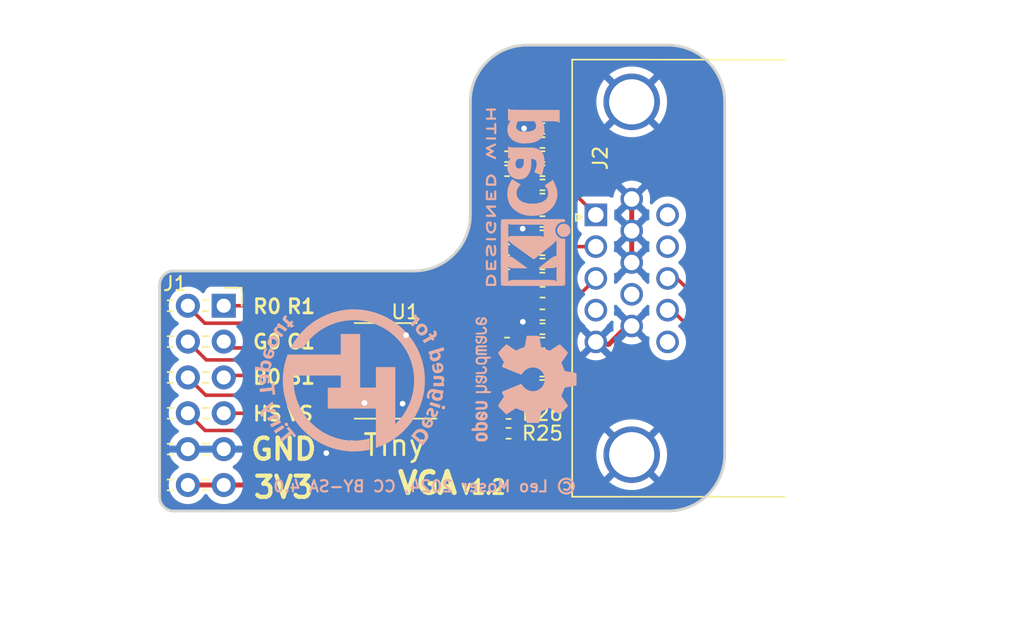
<source format=kicad_pcb>
(kicad_pcb (version 20240108) (generator "pcbnew") (generator_version "8.0")
  (title_block (title "Tiny VGA") (date "2023-10-07") (rev "v1.0") (company "Copyright (c) Leo Moser") (comment 1 "Made by mole99") (comment 2 "License: CC BY-SA 4.0") (comment 4 "AISLER Project ID: WUQWEQKX"))
  (layers (0 "F.Cu" signal) (31 "B.Cu" signal) (34 "B.Paste" user) (35 "F.Paste" user) (36 "B.SilkS" user "B.Silkscreen") (37 "F.SilkS" user "F.Silkscreen") (38 "B.Mask" user) (39 "F.Mask" user) (44 "Edge.Cuts" user))
  (property "NAME" "TinyVGA")
  (property "VERSION" "v1.2")
  (net 0 "")
  (net 1 "GND")
  (net 2 "R0")
  (net 3 "R1")
  (net 4 "+3.3V")
  (net 5 "AnalogR")
  (net 6 "Hsync")
  (net 7 "G0")
  (net 8 "AnalogG")
  (net 9 "G1")
  (net 10 "B0")
  (net 11 "AnalogB")
  (net 12 "B1")
  (net 13 "Vsync")
  (net 14 "PMOD1")
  (net 15 "PMOD2")
  (net 16 "PMOD3")
  (net 17 "PMOD4")
  (net 18 "PMOD5")
  (net 19 "PMOD6")
  (net 20 "PMOD7")
  (net 21 "PMOD8")
  (net 22 "Net-(R1-Pad1)")
  (net 23 "Net-(R10-Pad1)")
  (net 24 "Net-(R17-Pad1)")
  (net 28 "Net-(J2-Pad13)")
  (net 29 "Net-(J2-Pad14)")
  (footprint "Resistor_SMD:R_0402_1005Metric" (layer "F.Cu") (at 152.6 83.1)
    (property "Reference" "R21" (hide yes))
    (property "Value" "1.5k" (hide yes))
    (pad "1" smd roundrect (at -0.51 0) (size 0.54 0.64) (layers "F.Cu" "F.Paste" "F.Mask") (net 12 "B1"))
    (pad "2" smd roundrect (at 0.51 0) (size 0.54 0.64) (layers "F.Cu" "F.Paste" "F.Mask") (net 11 "AnalogB"))
  )
  (footprint "Resistor_SMD:R_0402_1005Metric" (layer "F.Cu") (at 152.6 76.5)
    (property "Reference" "R11" (hide yes))
    (property "Value" "470" (hide yes))
    (pad "1" smd roundrect (at -0.51 0) (size 0.54 0.64) (layers "F.Cu" "F.Paste" "F.Mask") (net 9 "G1"))
    (pad "2" smd roundrect (at 0.51 0) (size 0.54 0.64) (layers "F.Cu" "F.Paste" "F.Mask") (net 8 "AnalogG"))
  )
  (footprint "Resistor_SMD:R_0402_1005Metric" (layer "F.Cu") (at 155.1 68.9 180)
    (property "Reference" "R4" (hide yes))
    (property "Value" "220R" (hide yes))
    (pad "1" smd roundrect (at -0.51 0 180) (size 0.54 0.64) (layers "F.Cu" "F.Paste" "F.Mask") (net 22 "Net-(R1-Pad1)"))
    (pad "2" smd roundrect (at 0.51 0 180) (size 0.54 0.64) (layers "F.Cu" "F.Paste" "F.Mask") (net 5 "AnalogR"))
  )
  (footprint "Resistor_SMD:R_0402_1005Metric" (layer "F.Cu") (at 155.1 69.9 180)
    (property "Reference" "R6" (hide yes))
    (property "Value" "1k" (hide yes))
    (pad "1" smd roundrect (at -0.51 0 180) (size 0.54 0.64) (layers "F.Cu" "F.Paste" "F.Mask") (net 22 "Net-(R1-Pad1)"))
    (pad "2" smd roundrect (at 0.51 0 180) (size 0.54 0.64) (layers "F.Cu" "F.Paste" "F.Mask") (net 5 "AnalogR"))
  )
  (footprint "Resistor_SMD:R_0402_1005Metric" (layer "F.Cu") (at 155.1 76.5 180)
    (property "Reference" "R14" (hide yes))
    (property "Value" "1k" (hide yes))
    (pad "1" smd roundrect (at -0.51 0 180) (size 0.54 0.64) (layers "F.Cu" "F.Paste" "F.Mask") (net 23 "Net-(R10-Pad1)"))
    (pad "2" smd roundrect (at 0.51 0 180) (size 0.54 0.64) (layers "F.Cu" "F.Paste" "F.Mask") (net 8 "AnalogG"))
  )
  (footprint "Resistor_SMD:R_0402_1005Metric" (layer "F.Cu") (at 155.11 78.5)
    (property "Reference" "R16" (hide yes))
    (property "Value" "470" (hide yes))
    (pad "1" smd roundrect (at -0.51 0) (size 0.54 0.64) (layers "F.Cu" "F.Paste" "F.Mask") (net 7 "G0"))
    (pad "2" smd roundrect (at 0.51 0) (size 0.54 0.64) (layers "F.Cu" "F.Paste" "F.Mask") (net 23 "Net-(R10-Pad1)"))
  )
  (footprint "Resistor_SMD:R_0402_1005Metric" (layer "F.Cu") (at 155.09 84.1)
    (property "Reference" "R23" (hide yes))
    (property "Value" "1.5k" (hide yes))
    (pad "1" smd roundrect (at -0.51 0) (size 0.54 0.64) (layers "F.Cu" "F.Paste" "F.Mask") (net 10 "B0"))
    (pad "2" smd roundrect (at 0.51 0) (size 0.54 0.64) (layers "F.Cu" "F.Paste" "F.Mask") (net 24 "Net-(R17-Pad1)"))
  )
  (footprint "Resistor_SMD:R_0402_1005Metric" (layer "F.Cu") (at 155.1 82.1 180)
    (property "Reference" "R20" (hide yes))
    (property "Value" "220R" (hide yes))
    (pad "1" smd roundrect (at -0.51 0 180) (size 0.54 0.64) (layers "F.Cu" "F.Paste" "F.Mask") (net 24 "Net-(R17-Pad1)"))
    (pad "2" smd roundrect (at 0.51 0 180) (size 0.54 0.64) (layers "F.Cu" "F.Paste" "F.Mask") (net 11 "AnalogB"))
  )
  (footprint "Connector_PinHeader_2.54mm:PinHeader_2x06_P2.54mm_Horizontal" (layer "F.Cu") (at 132.54 78.19)
    (property "Reference" "J1" (at -3.44 -0.29 0) (layer "F.SilkS"))
    (property "Value" "PMOD")
    (pad "1" thru_hole rect (at 0 1.27) (size 1.7 1.7) (drill 1) (layers "*.Cu" "*.Mask") (net 14 "PMOD1"))
    (pad "2" thru_hole oval (at 0 3.81) (size 1.7 1.7) (drill 1) (layers "*.Cu" "*.Mask") (net 15 "PMOD2"))
    (pad "3" thru_hole oval (at 0 6.35) (size 1.7 1.7) (drill 1) (layers "*.Cu" "*.Mask") (net 16 "PMOD3"))
    (pad "4" thru_hole oval (at 0 8.89) (size 1.7 1.7) (drill 1) (layers "*.Cu" "*.Mask") (net 17 "PMOD4"))
    (pad "5" thru_hole oval (at 0 11.43) (size 1.7 1.7) (drill 1) (layers "*.Cu" "*.Mask") (net 1 "GND"))
    (pad "6" thru_hole oval (at 0 13.97) (size 1.7 1.7) (drill 1) (layers "*.Cu" "*.Mask") (net 4 "+3.3V"))
    (pad "7" thru_hole oval (at -2.54 1.27) (size 1.7 1.7) (drill 1) (layers "*.Cu" "*.Mask") (net 18 "PMOD5"))
    (pad "8" thru_hole oval (at -2.54 3.81) (size 1.7 1.7) (drill 1) (layers "*.Cu" "*.Mask") (net 19 "PMOD6"))
    (pad "9" thru_hole oval (at -2.54 6.35) (size 1.7 1.7) (drill 1) (layers "*.Cu" "*.Mask") (net 20 "PMOD7"))
    (pad "10" thru_hole oval (at -2.54 8.89) (size 1.7 1.7) (drill 1) (layers "*.Cu" "*.Mask") (net 21 "PMOD8"))
    (pad "11" thru_hole oval (at -2.54 11.43) (size 1.7 1.7) (drill 1) (layers "*.Cu" "*.Mask") (net 1 "GND"))
    (pad "12" thru_hole oval (at -2.54 13.97) (size 1.7 1.7) (drill 1) (layers "*.Cu" "*.Mask") (net 4 "+3.3V"))
  )
  (footprint "Resistor_SMD:R_0402_1005Metric" (layer "F.Cu") (at 155.09 85.1)
    (property "Reference" "R24" (hide yes))
    (property "Value" "470" (hide yes))
    (pad "1" smd roundrect (at -0.51 0) (size 0.54 0.64) (layers "F.Cu" "F.Paste" "F.Mask") (net 10 "B0"))
    (pad "2" smd roundrect (at 0.51 0) (size 0.54 0.64) (layers "F.Cu" "F.Paste" "F.Mask") (net 24 "Net-(R17-Pad1)"))
  )
  (footprint "tiny-vga:VGA-002" (layer "F.Cu") (at 160 73.2 90)
    (property "Reference" "J2" (at 4.2 -0.8 90) (layer "F.SilkS"))
    (property "Value" "VGA")
    (pad "0" thru_hole circle (at -16.815 1.42 90) (size 4 4) (drill 3.2) (layers "*.Cu" "*.Mask") (net 1 "GND"))
    (pad "0" thru_hole circle (at 8.185 1.42 90) (size 4 4) (drill 3.2) (layers "*.Cu" "*.Mask") (net 1 "GND"))
    (pad "1" thru_hole rect (at 0.175 -1.12 90) (size 1.6 1.6) (drill 1.1) (layers "*.Cu" "*.Mask") (net 5 "AnalogR"))
    (pad "2" thru_hole circle (at -2.075 -1.12 90) (size 1.6 1.6) (drill 1.1) (layers "*.Cu" "*.Mask") (net 8 "AnalogG"))
    (pad "3" thru_hole circle (at -4.325 -1.12 90) (size 1.6 1.6) (drill 1.1) (layers "*.Cu" "*.Mask") (net 11 "AnalogB"))
    (pad "4" thru_hole circle (at -6.575 -1.12 90) (size 1.6 1.6) (drill 1.1) (layers "*.Cu" "*.Mask"))
    (pad "5" thru_hole circle (at -8.825 -1.12 90) (size 1.6 1.6) (drill 1.1) (layers "*.Cu" "*.Mask") (net 1 "GND"))
    (pad "6" thru_hole circle (at 1.3 1.42 90) (size 1.6 1.6) (drill 1.1) (layers "*.Cu" "*.Mask") (net 1 "GND"))
    (pad "7" thru_hole circle (at -0.95 1.42 90) (size 1.6 1.6) (drill 1.1) (layers "*.Cu" "*.Mask") (net 1 "GND"))
    (pad "8" thru_hole circle (at -3.2 1.42 90) (size 1.6 1.6) (drill 1.1) (layers "*.Cu" "*.Mask") (net 1 "GND"))
    (pad "9" thru_hole circle (at -5.45 1.42 90) (size 1.6 1.6) (drill 1.1) (layers "*.Cu" "*.Mask"))
    (pad "10" thru_hole circle (at -7.7 1.42 90) (size 1.6 1.6) (drill 1.1) (layers "*.Cu" "*.Mask") (net 1 "GND"))
    (pad "11" thru_hole circle (at 0.175 3.96 90) (size 1.6 1.6) (drill 1.1) (layers "*.Cu" "*.Mask"))
    (pad "12" thru_hole circle (at -2.075 3.96 90) (size 1.6 1.6) (drill 1.1) (layers "*.Cu" "*.Mask"))
    (pad "13" thru_hole circle (at -4.325 3.96 90) (size 1.6 1.6) (drill 1.1) (layers "*.Cu" "*.Mask") (net 28 "Net-(J2-Pad13)"))
    (pad "14" thru_hole circle (at -6.575 3.96 90) (size 1.6 1.6) (drill 1.1) (layers "*.Cu" "*.Mask") (net 29 "Net-(J2-Pad14)"))
    (pad "15" thru_hole circle (at -8.825 3.96 90) (size 1.6 1.6) (drill 1.1) (layers "*.Cu" "*.Mask"))
  )
  (footprint "Resistor_SMD:R_0402_1005Metric" (layer "F.Cu") (at 152.6 75.5)
    (property "Reference" "R13" (hide yes))
    (property "Value" "1.5k" (hide yes))
    (pad "1" smd roundrect (at -0.51 0) (size 0.54 0.64) (layers "F.Cu" "F.Paste" "F.Mask") (net 9 "G1"))
    (pad "2" smd roundrect (at 0.51 0) (size 0.54 0.64) (layers "F.Cu" "F.Paste" "F.Mask") (net 8 "AnalogG"))
  )
  (footprint "Resistor_SMD:R_0402_1005Metric" (layer "F.Cu") (at 155.1 70.9)
    (property "Reference" "R7" (hide yes))
    (property "Value" "1.5k" (hide yes))
    (pad "1" smd roundrect (at -0.51 0) (size 0.54 0.64) (layers "F.Cu" "F.Paste" "F.Mask") (net 2 "R0"))
    (pad "2" smd roundrect (at 0.51 0) (size 0.54 0.64) (layers "F.Cu" "F.Paste" "F.Mask") (net 22 "Net-(R1-Pad1)"))
  )
  (footprint "Resistor_SMD:R_0402_1005Metric" (layer "F.Cu") (at 152.7 87.1)
    (property "Reference" "R26" (at 2.4 0 0) (layer "F.SilkS"))
    (property "Value" "49.9R" (hide yes))
    (pad "1" smd roundrect (at -0.51 0) (size 0.54 0.64) (layers "F.Cu" "F.Paste" "F.Mask") (net 13 "Vsync"))
    (pad "2" smd roundrect (at 0.51 0) (size 0.54 0.64) (layers "F.Cu" "F.Paste" "F.Mask") (net 29 "Net-(J2-Pad14)"))
  )
  (footprint "Resistor_SMD:R_0402_1005Metric" (layer "F.Cu") (at 152.6 68.9)
    (property "Reference" "R3" (hide yes))
    (property "Value" "470" (hide yes))
    (pad "1" smd roundrect (at -0.51 0) (size 0.54 0.64) (layers "F.Cu" "F.Paste" "F.Mask") (net 3 "R1"))
    (pad "2" smd roundrect (at 0.51 0) (size 0.54 0.64) (layers "F.Cu" "F.Paste" "F.Mask") (net 5 "AnalogR"))
  )
  (footprint "Resistor_SMD:R_0402_1005Metric" (layer "F.Cu") (at 155.1 81.1 180)
    (property "Reference" "R18" (hide yes))
    (property "Value" "1.5k" (hide yes))
    (pad "1" smd roundrect (at -0.51 0 180) (size 0.54 0.64) (layers "F.Cu" "F.Paste" "F.Mask") (net 24 "Net-(R17-Pad1)"))
    (pad "2" smd roundrect (at 0.51 0 180) (size 0.54 0.64) (layers "F.Cu" "F.Paste" "F.Mask") (net 1 "GND"))
  )
  (footprint "Resistor_SMD:R_0402_1005Metric" (layer "F.Cu") (at 152.7 88.5)
    (property "Reference" "R25" (at 2.4 0 0) (layer "F.SilkS"))
    (property "Value" "49.9R" (hide yes))
    (pad "1" smd roundrect (at -0.51 0) (size 0.54 0.64) (layers "F.Cu" "F.Paste" "F.Mask") (net 6 "Hsync"))
    (pad "2" smd roundrect (at 0.51 0) (size 0.54 0.64) (layers "F.Cu" "F.Paste" "F.Mask") (net 28 "Net-(J2-Pad13)"))
  )
  (footprint "Resistor_SMD:R_0402_1005Metric" (layer "F.Cu") (at 155.1 83.1 180)
    (property "Reference" "R22" (hide yes))
    (property "Value" "1k" (hide yes))
    (pad "1" smd roundrect (at -0.51 0 180) (size 0.54 0.64) (layers "F.Cu" "F.Paste" "F.Mask") (net 24 "Net-(R17-Pad1)"))
    (pad "2" smd roundrect (at 0.51 0 180) (size 0.54 0.64) (layers "F.Cu" "F.Paste" "F.Mask") (net 11 "AnalogB"))
  )
  (footprint "Capacitor_SMD:C_0603_1608Metric" (layer "F.Cu") (at 141.1 89.175 -90)
    (property "Reference" "C1" (hide yes))
    (property "Value" "100n" (hide yes))
    (pad "1" smd roundrect (at -0.775 0 270) (size 0.9 0.95) (layers "F.Cu" "F.Paste" "F.Mask") (net 4 "+3.3V"))
    (pad "2" smd roundrect (at 0.775 0 270) (size 0.9 0.95) (layers "F.Cu" "F.Paste" "F.Mask") (net 1 "GND"))
  )
  (footprint "Package_SO:TSSOP-20_4.4x6.5mm_P0.65mm" (layer "F.Cu") (at 144 84.075 180)
    (property "Reference" "U1" (at -1.4 4.175 180) (layer "F.SilkS"))
    (property "Value" "74LVC245APW,118" (hide yes))
    (pad "1" smd roundrect (at -2.8625 -2.925 180) (size 1.475 0.4) (layers "F.Cu" "F.Paste" "F.Mask") (net 1 "GND"))
    (pad "2" smd roundrect (at -2.8625 -2.275 180) (size 1.475 0.4) (layers "F.Cu" "F.Paste" "F.Mask") (net 6 "Hsync"))
    (pad "3" smd roundrect (at -2.8625 -1.625 180) (size 1.475 0.4) (layers "F.Cu" "F.Paste" "F.Mask") (net 13 "Vsync"))
    (pad "4" smd roundrect (at -2.8625 -0.975 180) (size 1.475 0.4) (layers "F.Cu" "F.Paste" "F.Mask") (net 10 "B0"))
    (pad "5" smd roundrect (at -2.8625 -0.325 180) (size 1.475 0.4) (layers "F.Cu" "F.Paste" "F.Mask") (net 12 "B1"))
    (pad "6" smd roundrect (at -2.8625 0.325 180) (size 1.475 0.4) (layers "F.Cu" "F.Paste" "F.Mask") (net 7 "G0"))
    (pad "7" smd roundrect (at -2.8625 0.975 180) (size 1.475 0.4) (layers "F.Cu" "F.Paste" "F.Mask") (net 9 "G1"))
    (pad "8" smd roundrect (at -2.8625 1.625 180) (size 1.475 0.4) (layers "F.Cu" "F.Paste" "F.Mask") (net 2 "R0"))
    (pad "9" smd roundrect (at -2.8625 2.275 180) (size 1.475 0.4) (layers "F.Cu" "F.Paste" "F.Mask") (net 3 "R1"))
    (pad "10" smd roundrect (at -2.8625 2.925 180) (size 1.475 0.4) (layers "F.Cu" "F.Paste" "F.Mask") (net 1 "GND"))
    (pad "11" smd roundrect (at 2.8625 2.925 180) (size 1.475 0.4) (layers "F.Cu" "F.Paste" "F.Mask") (net 14 "PMOD1"))
    (pad "12" smd roundrect (at 2.8625 2.275 180) (size 1.475 0.4) (layers "F.Cu" "F.Paste" "F.Mask") (net 18 "PMOD5"))
    (pad "13" smd roundrect (at 2.8625 1.625 180) (size 1.475 0.4) (layers "F.Cu" "F.Paste" "F.Mask") (net 15 "PMOD2"))
    (pad "14" smd roundrect (at 2.8625 0.975 180) (size 1.475 0.4) (layers "F.Cu" "F.Paste" "F.Mask") (net 19 "PMOD6"))
    (pad "15" smd roundrect (at 2.8625 0.325 180) (size 1.475 0.4) (layers "F.Cu" "F.Paste" "F.Mask") (net 16 "PMOD3"))
    (pad "16" smd roundrect (at 2.8625 -0.325 180) (size 1.475 0.4) (layers "F.Cu" "F.Paste" "F.Mask") (net 20 "PMOD7"))
    (pad "17" smd roundrect (at 2.8625 -0.975 180) (size 1.475 0.4) (layers "F.Cu" "F.Paste" "F.Mask") (net 17 "PMOD4"))
    (pad "18" smd roundrect (at 2.8625 -1.625 180) (size 1.475 0.4) (layers "F.Cu" "F.Paste" "F.Mask") (net 21 "PMOD8"))
    (pad "19" smd roundrect (at 2.8625 -2.275 180) (size 1.475 0.4) (layers "F.Cu" "F.Paste" "F.Mask") (net 1 "GND"))
    (pad "20" smd roundrect (at 2.8625 -2.925 180) (size 1.475 0.4) (layers "F.Cu" "F.Paste" "F.Mask") (net 4 "+3.3V"))
  )
  (footprint "Resistor_SMD:R_0402_1005Metric" (layer "F.Cu") (at 155.09 66.9 180)
    (property "Reference" "R1" (hide yes))
    (property "Value" "470" (hide yes))
    (pad "1" smd roundrect (at -0.51 0 180) (size 0.54 0.64) (layers "F.Cu" "F.Paste" "F.Mask") (net 22 "Net-(R1-Pad1)"))
    (pad "2" smd roundrect (at 0.51 0 180) (size 0.54 0.64) (layers "F.Cu" "F.Paste" "F.Mask") (net 1 "GND"))
  )
  (footprint "Resistor_SMD:R_0402_1005Metric" (layer "F.Cu") (at 152.6 82.1)
    (property "Reference" "R19" (hide yes))
    (property "Value" "470" (hide yes))
    (pad "1" smd roundrect (at -0.51 0) (size 0.54 0.64) (layers "F.Cu" "F.Paste" "F.Mask") (net 12 "B1"))
    (pad "2" smd roundrect (at 0.51 0) (size 0.54 0.64) (layers "F.Cu" "F.Paste" "F.Mask") (net 11 "AnalogB"))
  )
  (footprint "Resistor_SMD:R_0402_1005Metric" (layer "F.Cu") (at 155.09 77.5)
    (property "Reference" "R15" (hide yes))
    (property "Value" "1.5k" (hide yes))
    (pad "1" smd roundrect (at -0.51 0) (size 0.54 0.64) (layers "F.Cu" "F.Paste" "F.Mask") (net 7 "G0"))
    (pad "2" smd roundrect (at 0.51 0) (size 0.54 0.64) (layers "F.Cu" "F.Paste" "F.Mask") (net 23 "Net-(R10-Pad1)"))
  )
  (footprint "Resistor_SMD:R_0402_1005Metric" (layer "F.Cu") (at 155.1 67.9 180)
    (property "Reference" "R2" (hide yes))
    (property "Value" "1.5k" (hide yes))
    (pad "1" smd roundrect (at -0.51 0 180) (size 0.54 0.64) (layers "F.Cu" "F.Paste" "F.Mask") (net 22 "Net-(R1-Pad1)"))
    (pad "2" smd roundrect (at 0.51 0 180) (size 0.54 0.64) (layers "F.Cu" "F.Paste" "F.Mask") (net 1 "GND"))
  )
  (footprint "Resistor_SMD:R_0402_1005Metric" (layer "F.Cu") (at 155.1 75.5 180)
    (property "Reference" "R12" (hide yes))
    (property "Value" "220R" (hide yes))
    (pad "1" smd roundrect (at -0.51 0 180) (size 0.54 0.64) (layers "F.Cu" "F.Paste" "F.Mask") (net 23 "Net-(R10-Pad1)"))
    (pad "2" smd roundrect (at 0.51 0 180) (size 0.54 0.64) (layers "F.Cu" "F.Paste" "F.Mask") (net 8 "AnalogG"))
  )
  (footprint "Resistor_SMD:R_0402_1005Metric" (layer "F.Cu") (at 155.1 80.1 180)
    (property "Reference" "R17" (hide yes))
    (property "Value" "470" (hide yes))
    (pad "1" smd roundrect (at -0.51 0 180) (size 0.54 0.64) (layers "F.Cu" "F.Paste" "F.Mask") (net 24 "Net-(R17-Pad1)"))
    (pad "2" smd roundrect (at 0.51 0 180) (size 0.54 0.64) (layers "F.Cu" "F.Paste" "F.Mask") (net 1 "GND"))
  )
  (footprint "Resistor_SMD:R_0402_1005Metric" (layer "F.Cu") (at 155.1 74.5 180)
    (property "Reference" "R10" (hide yes))
    (property "Value" "1.5k" (hide yes))
    (pad "1" smd roundrect (at -0.51 0 180) (size 0.54 0.64) (layers "F.Cu" "F.Paste" "F.Mask") (net 23 "Net-(R10-Pad1)"))
    (pad "2" smd roundrect (at 0.51 0 180) (size 0.54 0.64) (layers "F.Cu" "F.Paste" "F.Mask") (net 1 "GND"))
  )
  (footprint "Resistor_SMD:R_0402_1005Metric" (layer "F.Cu") (at 152.6 69.9)
    (property "Reference" "R5" (hide yes))
    (property "Value" "1.5k" (hide yes))
    (pad "1" smd roundrect (at -0.51 0) (size 0.54 0.64) (layers "F.Cu" "F.Paste" "F.Mask") (net 3 "R1"))
    (pad "2" smd roundrect (at 0.51 0) (size 0.54 0.64) (layers "F.Cu" "F.Paste" "F.Mask") (net 5 "AnalogR"))
  )
  (footprint "Resistor_SMD:R_0402_1005Metric" (layer "F.Cu") (at 155.1 71.9)
    (property "Reference" "R8" (hide yes))
    (property "Value" "470" (hide yes))
    (pad "1" smd roundrect (at -0.51 0) (size 0.54 0.64) (layers "F.Cu" "F.Paste" "F.Mask") (net 2 "R0"))
    (pad "2" smd roundrect (at 0.51 0) (size 0.54 0.64) (layers "F.Cu" "F.Paste" "F.Mask") (net 22 "Net-(R1-Pad1)"))
  )
  (footprint "Resistor_SMD:R_0402_1005Metric" (layer "F.Cu") (at 155.1 73.5 180)
    (property "Reference" "R9" (hide yes))
    (property "Value" "470" (hide yes))
    (pad "1" smd roundrect (at -0.51 0 180) (size 0.54 0.64) (layers "F.Cu" "F.Paste" "F.Mask") (net 23 "Net-(R10-Pad1)"))
    (pad "2" smd roundrect (at 0.51 0 180) (size 0.54 0.64) (layers "F.Cu" "F.Paste" "F.Mask") (net 1 "GND"))
  )
  (footprint "Symbol:OSHW-Logo2_9.8x8mm_SilkScreen" (layer "B.Cu") (at 153.8 84.675 90)
    (property "Reference" "REF**" (hide yes))
    (property "Value" "OSHW-Logo2_9.8x8mm_SilkScreen" (hide yes))
  )
  (footprint "Symbol:KiCad-Logo2_5mm_SilkScreen" (layer "B.Cu") (at 154.1 71.775 90)
    (property "Reference" "REF**" (hide yes))
    (property "Value" "KiCad-Logo2_5mm_SilkScreen" (hide yes))
  )
  (footprint "tiny-vga:TT_PMOD_Logo_10mm" (layer "B.Cu") (at 141.625664 84.643727 90)
    (property "Reference" "REF**" (hide yes))
    (property "Value" "PMOD_LOGO")
  )
  (gr_line (start 129 77) (end 146 77) (stroke (width 0.2)) (layer "Edge.Cuts"))
  (gr_line (start 129 94) (end 164 94) (stroke (width 0.2)) (layer "Edge.Cuts"))
  (gr_arc (start 150 73) (mid 148.828427 75.828427) (end 146 77) (stroke (width 0.2)) (layer "Edge.Cuts"))
  (gr_line (start 154 61) (end 164 61) (stroke (width 0.2)) (layer "Edge.Cuts"))
  (gr_arc (start 164 61) (mid 166.828427 62.171573) (end 168 65) (stroke (width 0.2)) (layer "Edge.Cuts"))
  (gr_line (start 128.000002 78) (end 128 93) (stroke (width 0.2)) (layer "Edge.Cuts"))
  (gr_arc (start 150 65) (mid 151.171573 62.171573) (end 154 61) (stroke (width 0.2)) (layer "Edge.Cuts"))
  (gr_line (start 168 65) (end 168 90) (stroke (width 0.2)) (layer "Edge.Cuts"))
  (gr_arc (start 168 90) (mid 166.828427 92.828427) (end 164 94) (stroke (width 0.2)) (layer "Edge.Cuts"))
  (gr_arc (start 129 94) (mid 128.292893 93.707107) (end 128 93) (stroke (width 0.2)) (layer "Edge.Cuts"))
  (gr_line (start 150 73) (end 150 65) (stroke (width 0.2)) (layer "Edge.Cuts"))
  (gr_arc (start 128 78) (mid 128.292893 77.292893) (end 129 77) (stroke (width 0.2)) (layer "Edge.Cuts"))
  (gr_text "© Leo Moser 2024, CC BY-SA 4.0" (at 157.575 92.725 0) (layer "B.SilkS") (effects (font (size 0.8 0.8)) (justify left bottom mirror)))
  (gr_text "VS" (at 136.9 87.7 0) (layer "F.SilkS") (effects (font (size 1 1) (thickness 0.2) (bold yes)) (justify left bottom)))
  (gr_text "R0" (at 134.5 80.1 0) (layer "F.SilkS") (effects (font (size 1 1) (thickness 0.2) (bold yes)) (justify left bottom)))
  (gr_text "Tiny" (at 142.295837 90.212994 0) (layer "F.SilkS") (effects (font (size 1.5 1.5) (thickness 0.2)) (justify left bottom)))
  (gr_text "B1" (at 136.9 85.1 0) (layer "F.SilkS") (effects (font (size 1 1) (thickness 0.2) (bold yes)) (justify left bottom)))
  (gr_text "B0" (at 134.5 85.1 0) (layer "F.SilkS") (effects (font (size 1 1) (thickness 0.2) (bold yes)) (justify left bottom)))
  (gr_text "G0" (at 134.5 82.6 0) (layer "F.SilkS") (effects (font (size 1 1) (thickness 0.2) (bold yes)) (justify left bottom)))
  (gr_text "3V3" (at 134.5 93.2 0) (layer "F.SilkS") (effects (font (size 1.5 1.5) (thickness 0.3) (bold yes)) (justify left bottom)))
  (gr_text "G1" (at 136.9 82.6 0) (layer "F.SilkS") (effects (font (size 1 1) (thickness 0.2) (bold yes)) (justify left bottom)))
  (gr_text "GND" (at 134.3 90.5 0) (layer "F.SilkS") (effects (font (size 1.5 1.5) (thickness 0.3) (bold yes)) (justify left bottom)))
  (gr_text "VGA" (at 144.7 92.9 0) (layer "F.SilkS") (effects (font (size 1.5 1.5) (thickness 0.35) (bold yes)) (justify left bottom)))
  (gr_text "HS" (at 134.5 87.7 0) (layer "F.SilkS") (effects (font (size 1 1) (thickness 0.2) (bold yes)) (justify left bottom)))
  (gr_text "R1" (at 136.9 80.1 0) (layer "F.SilkS") (effects (font (size 1 1) (thickness 0.2) (bold yes)) (justify left bottom)))
  (gr_text "${VERSION}" (at 149.2 92.9 0) (layer "F.SilkS") (effects (font (size 1 1) (thickness 0.2) (bold yes)) (justify left bottom)))
  (segment (start 161.42 71.9) (end 161.42 74.15) (width 0.35) (layer "F.Cu") (net 1))
  (segment (start 158.38 82.2) (end 159.795 82.2) (width 0.35) (layer "F.Cu") (net 1))
  (segment (start 154.59 81.1) (end 154.59 80.1) (width 0.35) (layer "F.Cu") (net 1))
  (segment (start 153.8 66.9) (end 154.58 66.9) (width 0.35) (layer "F.Cu") (net 1))
  (segment (start 161.42 74.15) (end 161.42 76.4) (width 0.35) (layer "F.Cu") (net 1))
  (segment (start 145.85 81.15) (end 146.8625 81.15) (width 0.35) (layer "F.Cu") (net 1))
  (segment (start 145.45 81.55) (end 145.85 81.15) (width 0.35) (layer "F.Cu") (net 1))
  (segment (start 154.59 73.5) (end 154.2 73.5) (width 0.35) (layer "F.Cu") (net 1))
  (segment (start 141.1 89.95) (end 139.85 89.95) (width 0.35) (layer "F.Cu") (net 1))
  (segment (start 154.59 66.91) (end 154.58 66.9) (width 0.35) (layer "F.Cu") (net 1))
  (segment (start 154.59 73.5) (end 154.59 74.5) (width 0.35) (layer "F.Cu") (net 1))
  (segment (start 154.2115 80.1) (end 153.7115 80.6) (width 0.35) (layer "F.Cu") (net 1))
  (segment (start 154.2 73.5) (end 153.7 74) (width 0.35) (layer "F.Cu") (net 1))
  (segment (start 161.11 81.215) (end 161.139669 81.215) (width 0.35) (layer "F.Cu") (net 1))
  (segment (start 159.795 82.2) (end 160.92 81.075) (width 0.35) (layer "F.Cu") (net 1))
  (segment (start 142.5 86.35) (end 141.1375 86.35) (width 0.35) (layer "F.Cu") (net 1))
  (segment (start 154.59 67.9) (end 154.59 66.91) (width 0.35) (layer "F.Cu") (net 1))
  (segment (start 139.85 89.95) (end 139.8 89.9) (width 0.35) (layer "F.Cu") (net 1))
  (segment (start 145.2 86.4) (end 145.8 87) (width 0.35) (layer "F.Cu") (net 1))
  (segment (start 145.8 87) (end 146.8625 87) (width 0.35) (layer "F.Cu") (net 1))
  (segment (start 154.59 80.1) (end 154.2115 80.1) (width 0.35) (layer "F.Cu") (net 1))
  (via (at 142.5 86.35) (size 0.8) (drill 0.4) (layers "F.Cu" "B.Cu") (net 1))
  (via (at 153.8 66.9) (size 0.8) (drill 0.4) (layers "F.Cu" "B.Cu") (net 1))
  (via (at 145.2 86.4) (size 0.8) (drill 0.4) (layers "F.Cu" "B.Cu") (net 1))
  (via (at 153.7115 80.6) (size 0.8) (drill 0.4) (layers "F.Cu" "B.Cu") (net 1))
  (via (at 139.8 89.9) (size 0.8) (drill 0.4) (layers "F.Cu" "B.Cu") (net 1))
  (via (at 145.45 81.55) (size 0.8) (drill 0.4) (layers "F.Cu" "B.Cu") (net 1))
  (via (at 153.7 74) (size 0.8) (drill 0.4) (layers "F.Cu" "B.Cu") (net 1))
  (segment (start 152.9 71.9) (end 154.59 71.9) (width 0.25) (layer "F.Cu") (net 2))
  (segment (start 146.8625 82.45) (end 147.599999 82.45) (width 0.25) (layer "F.Cu") (net 2))
  (segment (start 149.2 78.2) (end 151.4 76) (width 0.25) (layer "F.Cu") (net 2))
  (segment (start 151.4 76) (end 151.4 73.4) (width 0.25) (layer "F.Cu") (net 2))
  (segment (start 154.59 71.9) (end 154.59 70.9) (width 0.25) (layer "F.Cu") (net 2))
  (segment (start 149.2 80.849999) (end 149.2 78.2) (width 0.25) (layer "F.Cu") (net 2))
  (segment (start 147.599999 82.45) (end 149.2 80.849999) (width 0.25) (layer "F.Cu") (net 2))
  (segment (start 151.4 73.4) (end 152.9 71.9) (width 0.25) (layer "F.Cu") (net 2))
  (segment (start 148.4 78) (end 150.8 75.6) (width 0.25) (layer "F.Cu") (net 3))
  (segment (start 151.4 69.9) (end 152.09 69.9) (width 0.25) (layer "F.Cu") (net 3))
  (segment (start 150.8 75.6) (end 150.8 70.5) (width 0.25) (layer "F.Cu") (net 3))
  (segment (start 146.8625 81.8) (end 147.599999 81.8) (width 0.25) (layer "F.Cu") (net 3))
  (segment (start 150.8 70.5) (end 151.4 69.9) (width 0.25) (layer "F.Cu") (net 3))
  (segment (start 148.4 80.999999) (end 148.4 78) (width 0.25) (layer "F.Cu") (net 3))
  (segment (start 147.599999 81.8) (end 148.4 80.999999) (width 0.25) (layer "F.Cu") (net 3))
  (segment (start 152.09 68.9) (end 152.09 69.9) (width 0.25) (layer "F.Cu") (net 3))
  (segment (start 141.1 88.14) (end 141.1 87.0375) (width 0.35) (layer "F.Cu") (net 4))
  (segment (start 134.84 92.16) (end 140 87) (width 0.35) (layer "F.Cu") (net 4))
  (segment (start 140 87) (end 141.1375 87) (width 0.35) (layer "F.Cu") (net 4))
  (segment (start 141.1 87.0375) (end 141.1375 87) (width 0.35) (layer "F.Cu") (net 4))
  (segment (start 132.54 92.16) (end 134.84 92.16) (width 0.35) (layer "F.Cu") (net 4))
  (segment (start 130 92.16) (end 132.54 92.16) (width 0.35) (layer "F.Cu") (net 4))
  (segment (start 152.9 66.5) (end 153.5 65.9) (width 0.25) (layer "F.Cu") (net 5))
  (segment (start 156.9 71.045) (end 158.88 73.025) (width 0.25) (layer "F.Cu") (net 5))
  (segment (start 153.11 69.9) (end 153.11 68.9) (width 0.25) (layer "F.Cu") (net 5))
  (segment (start 154.59 68.9) (end 154.59 69.9) (width 0.25) (layer "F.Cu") (net 5))
  (segment (start 153.11 68.9) (end 154.59 68.9) (width 0.25) (layer "F.Cu") (net 5))
  (segment (start 153.5 65.9) (end 156.5 65.9) (width 0.25) (layer "F.Cu") (net 5))
  (segment (start 156.9 66.3) (end 156.9 71.045) (width 0.25) (layer "F.Cu") (net 5))
  (segment (start 156.5 65.9) (end 156.9 66.3) (width 0.25) (layer "F.Cu") (net 5))
  (segment (start 153.11 68.9) (end 152.9 68.69) (width 0.25) (layer "F.Cu") (net 5))
  (segment (start 152.9 68.69) (end 152.9 66.5) (width 0.25) (layer "F.Cu") (net 5))
  (segment (start 149.75 88.5) (end 152.19 88.5) (width 0.25) (layer "F.Cu") (net 6))
  (segment (start 146.8625 86.35) (end 147.6 86.35) (width 0.25) (layer "F.Cu") (net 6))
  (segment (start 147.6 86.35) (end 149.75 88.5) (width 0.25) (layer "F.Cu") (net 6))
  (segment (start 154.58 78.48) (end 154.6 78.5) (width 0.25) (layer "F.Cu") (net 7))
  (segment (start 147.85 83.75) (end 153.1 78.5) (width 0.25) (layer "F.Cu") (net 7))
  (segment (start 146.8625 83.75) (end 147.85 83.75) (width 0.25) (layer "F.Cu") (net 7))
  (segment (start 153.1 78.5) (end 154.6 78.5) (width 0.25) (layer "F.Cu") (net 7))
  (segment (start 154.58 77.5) (end 154.58 78.48) (width 0.25) (layer "F.Cu") (net 7))
  (segment (start 156.75 73.35) (end 156.1 72.7) (width 0.25) (layer "F.Cu") (net 8))
  (segment (start 153.11 75.5) (end 154.59 75.5) (width 0.25) (layer "F.Cu") (net 8))
  (segment (start 158.375 75.275) (end 157.275 75.275) (width 0.25) (layer "F.Cu") (net 8))
  (segment (start 156.1 72.7) (end 153.3 72.7) (width 0.25) (layer "F.Cu") (net 8))
  (segment (start 154.59 75.5) (end 154.59 76.5) (width 0.25) (layer "F.Cu") (net 8))
  (segment (start 158.58 75.48) (end 158.375 75.275) (width 0.25) (layer "F.Cu") (net 8))
  (segment (start 153.3 72.7) (end 153 73) (width 0.25) (layer "F.Cu") (net 8))
  (segment (start 157.275 75.275) (end 156.75 74.75) (width 0.25) (layer "F.Cu") (net 8))
  (segment (start 153 73) (end 153 75.39) (width 0.25) (layer "F.Cu") (net 8))
  (segment (start 153 75.39) (end 153.11 75.5) (width 0.25) (layer "F.Cu") (net 8))
  (segment (start 153.11 76.5) (end 153.11 75.5) (width 0.25) (layer "F.Cu") (net 8))
  (segment (start 156.75 74.75) (end 156.75 73.35) (width 0.25) (layer "F.Cu") (net 8))
  (segment (start 146.8625 83.1) (end 147.6 83.1) (width 0.25) (layer "F.Cu") (net 9))
  (segment (start 152.09 77.61) (end 152.09 76.5) (width 0.25) (layer "F.Cu") (net 9))
  (segment (start 150.3 80.4) (end 150.3 79.4) (width 0.25) (layer "F.Cu") (net 9))
  (segment (start 150.3 79.4) (end 152.09 77.61) (width 0.25) (layer "F.Cu") (net 9))
  (segment (start 147.6 83.1) (end 150.3 80.4) (width 0.25) (layer "F.Cu") (net 9))
  (segment (start 152.09 75.5) (end 152.09 76.5) (width 0.25) (layer "F.Cu") (net 9))
  (segment (start 154.58 85.1) (end 154.58 84.1) (width 0.25) (layer "F.Cu") (net 10))
  (segment (start 154.53 85.05) (end 154.58 85.1) (width 0.25) (layer "F.Cu") (net 10))
  (segment (start 146.8625 85.05) (end 154.53 85.05) (width 0.25) (layer "F.Cu") (net 10))
  (segment (start 153.0595 82.0495) (end 153.11 82.1) (width 0.25) (layer "F.Cu") (net 11))
  (segment (start 158.88 77.525) (end 157.105 79.3) (width 0.25) (layer "F.Cu") (net 11))
  (segment (start 158.58 77.77) (end 158.825 77.525) (width 0.25) (layer "F.Cu") (net 11))
  (segment (start 153.0595 80.329932) (end 153.0595 82.0495) (width 0.25) (layer "F.Cu") (net 11))
  (segment (start 157.105 79.3) (end 154.089432 79.3) (width 0.25) (layer "F.Cu") (net 11))
  (segment (start 158.825 77.525) (end 158.88 77.525) (width 0.25) (layer "F.Cu") (net 11))
  (segment (start 153.11 82.1) (end 154.59 82.1) (width 0.25) (layer "F.Cu") (net 11))
  (segment (start 154.59 83.1) (end 154.59 82.1) (width 0.25) (layer "F.Cu") (net 11))
  (segment (start 154.089432 79.3) (end 153.0595 80.329932) (width 0.25) (layer "F.Cu") (net 11))
  (segment (start 153.11 83.1) (end 153.11 82.1) (width 0.25) (layer "F.Cu") (net 11))
  (segment (start 152.09 82.1) (end 152.09 83.1) (width 0.25) (layer "F.Cu") (net 12))
  (segment (start 146.8625 84.4) (end 151.4 84.4) (width 0.25) (layer "F.Cu") (net 12))
  (segment (start 151.4 84.4) (end 152.09 83.71) (width 0.25) (layer "F.Cu") (net 12))
  (segment (start 152.09 83.71) (end 152.09 83.1) (width 0.25) (layer "F.Cu") (net 12))
  (segment (start 146.8625 85.7) (end 148 85.7) (width 0.25) (layer "F.Cu") (net 13))
  (segment (start 149.4 87.1) (end 152.19 87.1) (width 0.25) (layer "F.Cu") (net 13))
  (segment (start 148 85.7) (end 149.4 87.1) (width 0.25) (layer "F.Cu") (net 13))
  (segment (start 136.46 79.46) (end 138.15 81.15) (width 0.25) (layer "F.Cu") (net 14))
  (segment (start 132.54 79.46) (end 136.46 79.46) (width 0.25) (layer "F.Cu") (net 14))
  (segment (start 138.15 81.15) (end 141.1375 81.15) (width 0.25) (layer "F.Cu") (net 14))
  (segment (start 132.54 82) (end 132.99 82.45) (width 0.25) (layer "F.Cu") (net 15))
  (segment (start 132.99 82.45) (end 141.1375 82.45) (width 0.25) (layer "F.Cu") (net 15))
  (segment (start 132.54 84.54) (end 132.68 84.4) (width 0.25) (layer "F.Cu") (net 16))
  (segment (start 135.8 84.4) (end 136.45 83.75) (width 0.25) (layer "F.Cu") (net 16))
  (segment (start 136.45 83.75) (end 141.1375 83.75) (width 0.25) (layer "F.Cu") (net 16))
  (segment (start 132.68 84.4) (end 135.8 84.4) (width 0.25) (layer "F.Cu") (net 16))
  (segment (start 138.25 85.05) (end 141.1375 85.05) (width 0.25) (layer "F.Cu") (net 17))
  (segment (start 136.22 87.08) (end 138.25 85.05) (width 0.25) (layer "F.Cu") (net 17))
  (segment (start 132.54 87.08) (end 136.22 87.08) (width 0.25) (layer "F.Cu") (net 17))
  (segment (start 136 80.7) (end 137.1 81.8) (width 0.25) (layer "F.Cu") (net 18))
  (segment (start 137.1 81.8) (end 141.1375 81.8) (width 0.25) (layer "F.Cu") (net 18))
  (segment (start 130 79.5) (end 131.2 80.7) (width 0.25) (layer "F.Cu") (net 18))
  (segment (start 130 79.46) (end 130 79.5) (width 0.25) (layer "F.Cu") (net 18))
  (segment (start 131.2 80.7) (end 136 80.7) (width 0.25) (layer "F.Cu") (net 18))
  (segment (start 130 82) (end 131.3 83.3) (width 0.25) (layer "F.Cu") (net 19))
  (segment (start 131.3 83.3) (end 135.1 83.3) (width 0.25) (layer "F.Cu") (net 19))
  (segment (start 135.1 83.3) (end 135.3 83.1) (width 0.25) (layer "F.Cu") (net 19))
  (segment (start 135.3 83.1) (end 141.1375 83.1) (width 0.25) (layer "F.Cu") (net 19))
  (segment (start 131.26 85.8) (end 136 85.8) (width 0.25) (layer "F.Cu") (net 20))
  (segment (start 136 85.8) (end 137.4 84.4) (width 0.25) (layer "F.Cu") (net 20))
  (segment (start 137.4 84.4) (end 141.1375 84.4) (width 0.25) (layer "F.Cu") (net 20))
  (segment (start 130 84.54) (end 131.26 85.8) (width 0.25) (layer "F.Cu") (net 20))
  (segment (start 131.22 88.3) (end 136.5 88.3) (width 0.25) (layer "F.Cu") (net 21))
  (segment (start 136.5 88.3) (end 139.1 85.7) (width 0.25) (layer "F.Cu") (net 21))
  (segment (start 130 87.08) (end 131.22 88.3) (width 0.25) (layer "F.Cu") (net 21))
  (segment (start 139.1 85.7) (end 141.1375 85.7) (width 0.25) (layer "F.Cu") (net 21))
  (segment (start 155.61 68.9) (end 155.61 67.9) (width 0.25) (layer "F.Cu") (net 22))
  (segment (start 155.61 70.9) (end 155.61 69.9) (width 0.25) (layer "F.Cu") (net 22))
  (segment (start 155.61 67.9) (end 155.61 66.91) (width 0.25) (layer "F.Cu") (net 22))
  (segment (start 155.61 66.91) (end 155.6 66.9) (width 0.25) (layer "F.Cu") (net 22))
  (segment (start 155.61 69.9) (end 155.61 68.9) (width 0.25) (layer "F.Cu") (net 22))
  (segment (start 155.61 71.9) (end 155.61 70.9) (width 0.25) (layer "F.Cu") (net 22))
  (segment (start 155.61 76.5) (end 155.61 75.5) (width 0.25) (layer "F.Cu") (net 23))
  (segment (start 155.6 77.5) (end 155.6 76.51) (width 0.25) (layer "F.Cu") (net 23))
  (segment (start 155.62 78.5) (end 155.62 77.52) (width 0.25) (layer "F.Cu") (net 23))
  (segment (start 155.6 76.51) (end 155.61 76.5) (width 0.25) (layer "F.Cu") (net 23))
  (segment (start 155.61 75.5) (end 155.61 74.5) (width 0.25) (layer "F.Cu") (net 23))
  (segment (start 155.61 74.5) (end 155.61 73.5) (width 0.25) (layer "F.Cu") (net 23))
  (segment (start 155.62 77.52) (end 155.6 77.5) (width 0.25) (layer "F.Cu") (net 23))
  (segment (start 155.61 83.1) (end 155.61 82.1) (width 0.25) (layer "F.Cu") (net 24))
  (segment (start 155.61 80.1) (end 155.61 81.1) (width 0.25) (layer "F.Cu") (net 24))
  (segment (start 155.6 84.1) (end 155.6 83.11) (width 0.25) (layer "F.Cu") (net 24))
  (segment (start 155.6 83.11) (end 155.61 83.1) (width 0.25) (layer "F.Cu") (net 24))
  (segment (start 155.6 85.1) (end 155.6 84.1) (width 0.25) (layer "F.Cu") (net 24))
  (segment (start 155.61 81.1) (end 155.61 82.1) (width 0.25) (layer "F.Cu") (net 24))
  (segment (start 158.1 88.5) (end 153.21 88.5) (width 0.25) (layer "F.Cu") (net 28))
  (segment (start 166.3 84) (end 163.7 86.6) (width 0.25) (layer "F.Cu") (net 28))
  (segment (start 164.625 77.525) (end 166.3 79.2) (width 0.25) (layer "F.Cu") (net 28))
  (segment (start 163.7 86.6) (end 160 86.6) (width 0.25) (layer "F.Cu") (net 28))
  (segment (start 163.66 77.77) (end 163.905 77.525) (width 0.25) (layer "F.Cu") (net 28))
  (segment (start 166.3 79.2) (end 166.3 84) (width 0.25) (layer "F.Cu") (net 28))
  (segment (start 163.905 77.525) (end 164.625 77.525) (width 0.25) (layer "F.Cu") (net 28))
  (segment (start 160 86.6) (end 158.1 88.5) (width 0.25) (layer "F.Cu") (net 28))
  (segment (start 165.4 83.3) (end 163.2 85.5) (width 0.25) (layer "F.Cu") (net 29))
  (segment (start 158.2 87.1) (end 153.21 87.1) (width 0.25) (layer "F.Cu") (net 29))
  (segment (start 163.2 85.5) (end 159.8 85.5) (width 0.25) (layer "F.Cu") (net 29))
  (segment (start 165.4 80.9) (end 165.4 83.3) (width 0.25) (layer "F.Cu") (net 29))
  (segment (start 163.66 80.06) (end 164.56 80.06) (width 0.25) (layer "F.Cu") (net 29))
  (segment (start 164.56 80.06) (end 165.4 80.9) (width 0.25) (layer "F.Cu") (net 29))
  (segment (start 159.8 85.5) (end 158.2 87.1) (width 0.25) (layer "F.Cu") (net 29))
  (zone (net 1) (net_name "GND") (layer "B.Cu") (connect_pads (clearance 0.5)) (min_thickness 0.25) (fill yes (thermal_gap 0.5) (thermal_bridge_width 0.5))
    (polygon (pts (xy 116.7 57.8) (xy 176.6 57.8) (xy 176.6 97.2) (xy 116.7 97.2)))
  )
)
</source>
